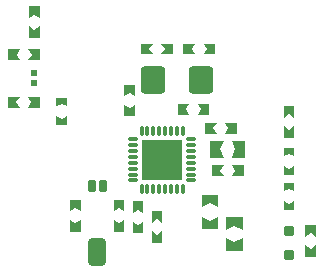
<source format=gtp>
G04*
G04 #@! TF.GenerationSoftware,Altium Limited,Altium Designer,18.1.7 (191)*
G04*
G04 Layer_Color=8421504*
%FSLAX24Y24*%
%MOIN*%
G70*
G01*
G75*
%ADD20O,0.0110X0.0335*%
%ADD21O,0.0335X0.0110*%
%ADD22R,0.1358X0.1358*%
G04:AMPARAMS|DCode=23|XSize=43.3mil|YSize=23.6mil|CornerRadius=5.9mil|HoleSize=0mil|Usage=FLASHONLY|Rotation=270.000|XOffset=0mil|YOffset=0mil|HoleType=Round|Shape=RoundedRectangle|*
%AMROUNDEDRECTD23*
21,1,0.0433,0.0118,0,0,270.0*
21,1,0.0315,0.0236,0,0,270.0*
1,1,0.0118,-0.0059,-0.0157*
1,1,0.0118,-0.0059,0.0157*
1,1,0.0118,0.0059,0.0157*
1,1,0.0118,0.0059,-0.0157*
%
%ADD23ROUNDEDRECTD23*%
G04:AMPARAMS|DCode=24|XSize=94.5mil|YSize=59.1mil|CornerRadius=14.8mil|HoleSize=0mil|Usage=FLASHONLY|Rotation=270.000|XOffset=0mil|YOffset=0mil|HoleType=Round|Shape=RoundedRectangle|*
%AMROUNDEDRECTD24*
21,1,0.0945,0.0295,0,0,270.0*
21,1,0.0650,0.0591,0,0,270.0*
1,1,0.0295,-0.0148,-0.0325*
1,1,0.0295,-0.0148,0.0325*
1,1,0.0295,0.0148,0.0325*
1,1,0.0295,0.0148,-0.0325*
%
%ADD24ROUNDEDRECTD24*%
G04:AMPARAMS|DCode=25|XSize=90.6mil|YSize=82.7mil|CornerRadius=12.4mil|HoleSize=0mil|Usage=FLASHONLY|Rotation=90.000|XOffset=0mil|YOffset=0mil|HoleType=Round|Shape=RoundedRectangle|*
%AMROUNDEDRECTD25*
21,1,0.0906,0.0579,0,0,90.0*
21,1,0.0657,0.0827,0,0,90.0*
1,1,0.0248,0.0289,0.0329*
1,1,0.0248,0.0289,-0.0329*
1,1,0.0248,-0.0289,-0.0329*
1,1,0.0248,-0.0289,0.0329*
%
%ADD25ROUNDEDRECTD25*%
%ADD26R,0.0236X0.0217*%
G04:AMPARAMS|DCode=27|XSize=31.5mil|YSize=35.4mil|CornerRadius=7.9mil|HoleSize=0mil|Usage=FLASHONLY|Rotation=90.000|XOffset=0mil|YOffset=0mil|HoleType=Round|Shape=RoundedRectangle|*
%AMROUNDEDRECTD27*
21,1,0.0315,0.0197,0,0,90.0*
21,1,0.0157,0.0354,0,0,90.0*
1,1,0.0157,0.0098,0.0079*
1,1,0.0157,0.0098,-0.0079*
1,1,0.0157,-0.0098,-0.0079*
1,1,0.0157,-0.0098,0.0079*
%
%ADD27ROUNDEDRECTD27*%
G36*
X8848Y18868D02*
X8671Y18986D01*
X8494Y18868D01*
Y19262D01*
X8848D01*
Y18868D01*
D02*
G37*
G36*
Y18199D02*
X8494D01*
Y18593D01*
X8671Y18474D01*
X8848Y18593D01*
Y18199D01*
D02*
G37*
G36*
X14705Y17657D02*
X14311D01*
X14429Y17835D01*
X14311Y18012D01*
X14705D01*
Y17657D01*
D02*
G37*
G36*
X13917Y17835D02*
X14035Y17657D01*
X13642D01*
Y18012D01*
X14035D01*
X13917Y17835D01*
D02*
G37*
G36*
X13287Y17657D02*
X12894D01*
X13012Y17834D01*
X12894Y18011D01*
X13287D01*
Y17657D01*
D02*
G37*
G36*
X12500Y17834D02*
X12618Y17657D01*
X12224D01*
Y18011D01*
X12618D01*
X12500Y17834D01*
D02*
G37*
G36*
X8867Y17470D02*
X8473D01*
X8591Y17648D01*
X8473Y17825D01*
X8867D01*
Y17470D01*
D02*
G37*
G36*
X8080Y17648D02*
X8198Y17470D01*
X7804D01*
Y17825D01*
X8198D01*
X8080Y17648D01*
D02*
G37*
G36*
X12028Y16260D02*
X11850Y16378D01*
X11673Y16260D01*
Y16654D01*
X12028D01*
Y16260D01*
D02*
G37*
G36*
X9764Y15925D02*
X9587Y16004D01*
X9409Y15925D01*
Y16201D01*
X9764D01*
Y15925D01*
D02*
G37*
G36*
X8847Y15882D02*
X8454D01*
X8572Y16059D01*
X8454Y16236D01*
X8847D01*
Y15882D01*
D02*
G37*
G36*
X8060Y16059D02*
X8178Y15882D01*
X7784D01*
Y16236D01*
X8178D01*
X8060Y16059D01*
D02*
G37*
G36*
X12028Y15591D02*
X11673D01*
Y15984D01*
X11850Y15866D01*
X12028Y15984D01*
Y15591D01*
D02*
G37*
G36*
X14508Y15650D02*
X14114D01*
X14232Y15827D01*
X14114Y16004D01*
X14508D01*
Y15650D01*
D02*
G37*
G36*
X13720Y15827D02*
X13839Y15650D01*
X13445D01*
Y16004D01*
X13839D01*
X13720Y15827D01*
D02*
G37*
G36*
X17342Y15545D02*
X17165Y15663D01*
X16988Y15545D01*
Y15939D01*
X17342D01*
Y15545D01*
D02*
G37*
G36*
X9764Y15315D02*
X9409D01*
Y15591D01*
X9587Y15512D01*
X9764Y15591D01*
Y15315D01*
D02*
G37*
G36*
X17342Y14876D02*
X16988D01*
Y15269D01*
X17165Y15151D01*
X17342Y15269D01*
Y14876D01*
D02*
G37*
G36*
X15413Y15020D02*
X15020D01*
X15138Y15197D01*
X15020Y15374D01*
X15413D01*
Y15020D01*
D02*
G37*
G36*
X14626Y15197D02*
X14744Y15020D01*
X14350D01*
Y15374D01*
X14744D01*
X14626Y15197D01*
D02*
G37*
G36*
X17342Y14262D02*
X17165Y14341D01*
X16988Y14262D01*
Y14537D01*
X17342D01*
Y14262D01*
D02*
G37*
G36*
X15699Y14203D02*
X15246D01*
X15374Y14488D01*
X15246Y14774D01*
X15699D01*
Y14203D01*
D02*
G37*
G36*
X14862Y14488D02*
X14990Y14203D01*
X14537D01*
Y14774D01*
X14990D01*
X14862Y14488D01*
D02*
G37*
G36*
X17342Y13652D02*
X16988D01*
Y13927D01*
X17165Y13849D01*
X17342Y13927D01*
Y13652D01*
D02*
G37*
G36*
X15650Y13602D02*
X15256D01*
X15374Y13780D01*
X15256Y13957D01*
X15650D01*
Y13602D01*
D02*
G37*
G36*
X14862Y13780D02*
X14980Y13602D01*
X14587D01*
Y13957D01*
X14980D01*
X14862Y13780D01*
D02*
G37*
G36*
X17342Y13090D02*
X17165Y13169D01*
X16988Y13090D01*
Y13366D01*
X17342D01*
Y13090D01*
D02*
G37*
G36*
Y12480D02*
X16988D01*
Y12756D01*
X17165Y12677D01*
X17342Y12756D01*
Y12480D01*
D02*
G37*
G36*
X14803Y12569D02*
X14528Y12697D01*
X14252Y12569D01*
Y12982D01*
X14803D01*
Y12569D01*
D02*
G37*
G36*
X11673Y12421D02*
X11496Y12539D01*
X11319Y12421D01*
Y12815D01*
X11673D01*
Y12421D01*
D02*
G37*
G36*
X10217D02*
X10039Y12539D01*
X9862Y12421D01*
Y12815D01*
X10217D01*
Y12421D01*
D02*
G37*
G36*
X12303Y12362D02*
X12126Y12480D01*
X11949Y12362D01*
Y12756D01*
X12303D01*
Y12362D01*
D02*
G37*
G36*
X14803Y11821D02*
X14252D01*
Y12234D01*
X14528Y12106D01*
X14803Y12234D01*
Y11821D01*
D02*
G37*
G36*
X12933Y12047D02*
X12756Y12165D01*
X12579Y12047D01*
Y12441D01*
X12933D01*
Y12047D01*
D02*
G37*
G36*
X11673Y11752D02*
X11319D01*
Y12146D01*
X11496Y12028D01*
X11673Y12146D01*
Y11752D01*
D02*
G37*
G36*
X10217D02*
X9862D01*
Y12146D01*
X10039Y12028D01*
X10217Y12146D01*
Y11752D01*
D02*
G37*
G36*
X12303Y11693D02*
X11949D01*
Y12087D01*
X12126Y11968D01*
X12303Y12087D01*
Y11693D01*
D02*
G37*
G36*
X15620Y11801D02*
X15335Y11929D01*
X15049Y11801D01*
Y12254D01*
X15620D01*
Y11801D01*
D02*
G37*
G36*
X12933Y11378D02*
X12579D01*
Y11772D01*
X12756Y11654D01*
X12933Y11772D01*
Y11378D01*
D02*
G37*
G36*
X18061Y11575D02*
X17884Y11693D01*
X17707Y11575D01*
Y11968D01*
X18061D01*
Y11575D01*
D02*
G37*
G36*
X15620Y11093D02*
X15049D01*
Y11545D01*
X15335Y11417D01*
X15620Y11545D01*
Y11093D01*
D02*
G37*
G36*
X18061Y10906D02*
X17707D01*
Y11299D01*
X17884Y11181D01*
X18061Y11299D01*
Y10906D01*
D02*
G37*
D20*
X12244Y15118D02*
D03*
X12441D02*
D03*
X12638D02*
D03*
X12835D02*
D03*
X13032D02*
D03*
X13228D02*
D03*
X13425D02*
D03*
X13622D02*
D03*
Y13169D02*
D03*
X13425D02*
D03*
X13228D02*
D03*
X13032D02*
D03*
X12835D02*
D03*
X12638D02*
D03*
X12441D02*
D03*
X12244D02*
D03*
D21*
X13907Y14833D02*
D03*
Y14636D02*
D03*
Y14439D02*
D03*
Y14242D02*
D03*
Y14045D02*
D03*
Y13848D02*
D03*
Y13652D02*
D03*
Y13455D02*
D03*
X11959D02*
D03*
Y13652D02*
D03*
Y13848D02*
D03*
Y14045D02*
D03*
Y14242D02*
D03*
Y14439D02*
D03*
Y14636D02*
D03*
Y14833D02*
D03*
D22*
X12933Y14144D02*
D03*
D23*
X10591Y13268D02*
D03*
X10945D02*
D03*
D24*
X10768Y11083D02*
D03*
D25*
X14213Y16817D02*
D03*
X12638D02*
D03*
D26*
X8660Y17037D02*
D03*
Y16703D02*
D03*
D27*
X17163Y11768D02*
D03*
Y10968D02*
D03*
M02*

</source>
